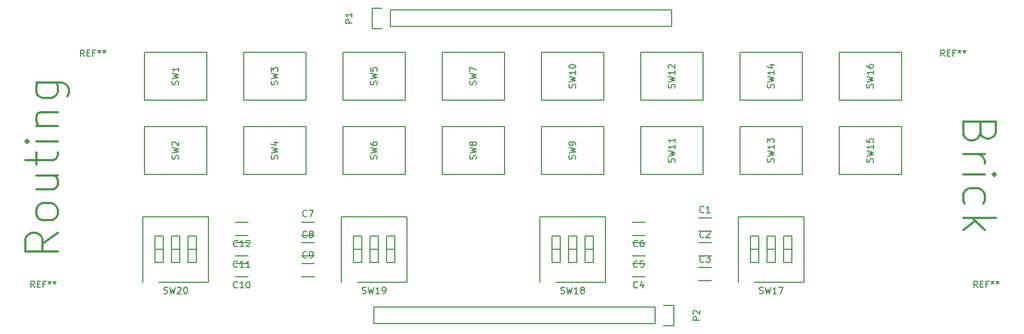
<source format=gto>
G04 #@! TF.FileFunction,Legend,Top*
%FSLAX46Y46*%
G04 Gerber Fmt 4.6, Leading zero omitted, Abs format (unit mm)*
G04 Created by KiCad (PCBNEW 4.0.0-stable) date 3/18/2016 11:08:59 AM*
%MOMM*%
G01*
G04 APERTURE LIST*
%ADD10C,0.100000*%
%ADD11C,0.300000*%
%ADD12C,0.150000*%
G04 APERTURE END LIST*
D10*
D11*
X245467143Y-50602382D02*
X245229048Y-51316668D01*
X244990952Y-51554763D01*
X244514762Y-51792858D01*
X243800476Y-51792858D01*
X243324286Y-51554763D01*
X243086190Y-51316668D01*
X242848095Y-50840477D01*
X242848095Y-48935715D01*
X247848095Y-48935715D01*
X247848095Y-50602382D01*
X247610000Y-51078572D01*
X247371905Y-51316668D01*
X246895714Y-51554763D01*
X246419524Y-51554763D01*
X245943333Y-51316668D01*
X245705238Y-51078572D01*
X245467143Y-50602382D01*
X245467143Y-48935715D01*
X242848095Y-53935715D02*
X246181429Y-53935715D01*
X245229048Y-53935715D02*
X245705238Y-54173810D01*
X245943333Y-54411906D01*
X246181429Y-54888096D01*
X246181429Y-55364287D01*
X242848095Y-57030953D02*
X246181429Y-57030953D01*
X247848095Y-57030953D02*
X247610000Y-56792858D01*
X247371905Y-57030953D01*
X247610000Y-57269048D01*
X247848095Y-57030953D01*
X247371905Y-57030953D01*
X243086190Y-61554762D02*
X242848095Y-61078572D01*
X242848095Y-60126191D01*
X243086190Y-59650000D01*
X243324286Y-59411905D01*
X243800476Y-59173810D01*
X245229048Y-59173810D01*
X245705238Y-59411905D01*
X245943333Y-59650000D01*
X246181429Y-60126191D01*
X246181429Y-61078572D01*
X245943333Y-61554762D01*
X242848095Y-63697619D02*
X247848095Y-63697619D01*
X244752857Y-64173810D02*
X242848095Y-65602381D01*
X246181429Y-65602381D02*
X244276667Y-63697619D01*
X103861905Y-65999048D02*
X101480952Y-67665715D01*
X103861905Y-68856191D02*
X98861905Y-68856191D01*
X98861905Y-66951429D01*
X99100000Y-66475238D01*
X99338095Y-66237143D01*
X99814286Y-65999048D01*
X100528571Y-65999048D01*
X101004762Y-66237143D01*
X101242857Y-66475238D01*
X101480952Y-66951429D01*
X101480952Y-68856191D01*
X103861905Y-63141905D02*
X103623810Y-63618096D01*
X103385714Y-63856191D01*
X102909524Y-64094286D01*
X101480952Y-64094286D01*
X101004762Y-63856191D01*
X100766667Y-63618096D01*
X100528571Y-63141905D01*
X100528571Y-62427619D01*
X100766667Y-61951429D01*
X101004762Y-61713334D01*
X101480952Y-61475238D01*
X102909524Y-61475238D01*
X103385714Y-61713334D01*
X103623810Y-61951429D01*
X103861905Y-62427619D01*
X103861905Y-63141905D01*
X100528571Y-57189524D02*
X103861905Y-57189524D01*
X100528571Y-59332381D02*
X103147619Y-59332381D01*
X103623810Y-59094286D01*
X103861905Y-58618095D01*
X103861905Y-57903809D01*
X103623810Y-57427619D01*
X103385714Y-57189524D01*
X100528571Y-55522857D02*
X100528571Y-53618095D01*
X98861905Y-54808571D02*
X103147619Y-54808571D01*
X103623810Y-54570476D01*
X103861905Y-54094285D01*
X103861905Y-53618095D01*
X103861905Y-51951428D02*
X100528571Y-51951428D01*
X98861905Y-51951428D02*
X99100000Y-52189523D01*
X99338095Y-51951428D01*
X99100000Y-51713333D01*
X98861905Y-51951428D01*
X99338095Y-51951428D01*
X100528571Y-49570476D02*
X103861905Y-49570476D01*
X101004762Y-49570476D02*
X100766667Y-49332381D01*
X100528571Y-48856190D01*
X100528571Y-48141904D01*
X100766667Y-47665714D01*
X101242857Y-47427619D01*
X103861905Y-47427619D01*
X100528571Y-42903809D02*
X104576190Y-42903809D01*
X105052381Y-43141904D01*
X105290476Y-43379999D01*
X105528571Y-43856190D01*
X105528571Y-44570475D01*
X105290476Y-45046666D01*
X103623810Y-42903809D02*
X103861905Y-43379999D01*
X103861905Y-44332380D01*
X103623810Y-44808571D01*
X103385714Y-45046666D01*
X102909524Y-45284761D01*
X101480952Y-45284761D01*
X101004762Y-45046666D01*
X100766667Y-44808571D01*
X100528571Y-44332380D01*
X100528571Y-43379999D01*
X100766667Y-42903809D01*
D12*
X204200000Y-63745000D02*
X202200000Y-63745000D01*
X202200000Y-65795000D02*
X204200000Y-65795000D01*
X204200000Y-67555000D02*
X202200000Y-67555000D01*
X202200000Y-69605000D02*
X204200000Y-69605000D01*
X204200000Y-71365000D02*
X202200000Y-71365000D01*
X202200000Y-73415000D02*
X204200000Y-73415000D01*
X192040000Y-72780000D02*
X194040000Y-72780000D01*
X194040000Y-70730000D02*
X192040000Y-70730000D01*
X192040000Y-69605000D02*
X194040000Y-69605000D01*
X194040000Y-67555000D02*
X192040000Y-67555000D01*
X192040000Y-66430000D02*
X194040000Y-66430000D01*
X194040000Y-64380000D02*
X192040000Y-64380000D01*
X143240000Y-64380000D02*
X141240000Y-64380000D01*
X141240000Y-66430000D02*
X143240000Y-66430000D01*
X143240000Y-67555000D02*
X141240000Y-67555000D01*
X141240000Y-69605000D02*
X143240000Y-69605000D01*
X143240000Y-70730000D02*
X141240000Y-70730000D01*
X141240000Y-72780000D02*
X143240000Y-72780000D01*
X131080000Y-72780000D02*
X133080000Y-72780000D01*
X133080000Y-70730000D02*
X131080000Y-70730000D01*
X131080000Y-69605000D02*
X133080000Y-69605000D01*
X133080000Y-67555000D02*
X131080000Y-67555000D01*
X131080000Y-66430000D02*
X133080000Y-66430000D01*
X133080000Y-64380000D02*
X131080000Y-64380000D01*
X154940000Y-31750000D02*
X198120000Y-31750000D01*
X198120000Y-31750000D02*
X198120000Y-34290000D01*
X198120000Y-34290000D02*
X154940000Y-34290000D01*
X152120000Y-31470000D02*
X153670000Y-31470000D01*
X154940000Y-31750000D02*
X154940000Y-34290000D01*
X153670000Y-34570000D02*
X152120000Y-34570000D01*
X152120000Y-34570000D02*
X152120000Y-31470000D01*
X195580000Y-80010000D02*
X152400000Y-80010000D01*
X152400000Y-80010000D02*
X152400000Y-77470000D01*
X152400000Y-77470000D02*
X195580000Y-77470000D01*
X198400000Y-80290000D02*
X196850000Y-80290000D01*
X195580000Y-80010000D02*
X195580000Y-77470000D01*
X196850000Y-77190000D02*
X198400000Y-77190000D01*
X198400000Y-77190000D02*
X198400000Y-80290000D01*
X117120000Y-38210000D02*
X117120000Y-45610000D01*
X117120000Y-45610000D02*
X126720000Y-45610000D01*
X126720000Y-45610000D02*
X126720000Y-38210000D01*
X126720000Y-38210000D02*
X117120000Y-38210000D01*
X117120000Y-49640000D02*
X117120000Y-57040000D01*
X117120000Y-57040000D02*
X126720000Y-57040000D01*
X126720000Y-57040000D02*
X126720000Y-49640000D01*
X126720000Y-49640000D02*
X117120000Y-49640000D01*
X132360000Y-38210000D02*
X132360000Y-45610000D01*
X132360000Y-45610000D02*
X141960000Y-45610000D01*
X141960000Y-45610000D02*
X141960000Y-38210000D01*
X141960000Y-38210000D02*
X132360000Y-38210000D01*
X132360000Y-49640000D02*
X132360000Y-57040000D01*
X132360000Y-57040000D02*
X141960000Y-57040000D01*
X141960000Y-57040000D02*
X141960000Y-49640000D01*
X141960000Y-49640000D02*
X132360000Y-49640000D01*
X147600000Y-38210000D02*
X147600000Y-45610000D01*
X147600000Y-45610000D02*
X157200000Y-45610000D01*
X157200000Y-45610000D02*
X157200000Y-38210000D01*
X157200000Y-38210000D02*
X147600000Y-38210000D01*
X147600000Y-49640000D02*
X147600000Y-57040000D01*
X147600000Y-57040000D02*
X157200000Y-57040000D01*
X157200000Y-57040000D02*
X157200000Y-49640000D01*
X157200000Y-49640000D02*
X147600000Y-49640000D01*
X162840000Y-38210000D02*
X162840000Y-45610000D01*
X162840000Y-45610000D02*
X172440000Y-45610000D01*
X172440000Y-45610000D02*
X172440000Y-38210000D01*
X172440000Y-38210000D02*
X162840000Y-38210000D01*
X162840000Y-49640000D02*
X162840000Y-57040000D01*
X162840000Y-57040000D02*
X172440000Y-57040000D01*
X172440000Y-57040000D02*
X172440000Y-49640000D01*
X172440000Y-49640000D02*
X162840000Y-49640000D01*
X178080000Y-49640000D02*
X178080000Y-57040000D01*
X178080000Y-57040000D02*
X187680000Y-57040000D01*
X187680000Y-57040000D02*
X187680000Y-49640000D01*
X187680000Y-49640000D02*
X178080000Y-49640000D01*
X178080000Y-38210000D02*
X178080000Y-45610000D01*
X178080000Y-45610000D02*
X187680000Y-45610000D01*
X187680000Y-45610000D02*
X187680000Y-38210000D01*
X187680000Y-38210000D02*
X178080000Y-38210000D01*
X193320000Y-49640000D02*
X193320000Y-57040000D01*
X193320000Y-57040000D02*
X202920000Y-57040000D01*
X202920000Y-57040000D02*
X202920000Y-49640000D01*
X202920000Y-49640000D02*
X193320000Y-49640000D01*
X193320000Y-38210000D02*
X193320000Y-45610000D01*
X193320000Y-45610000D02*
X202920000Y-45610000D01*
X202920000Y-45610000D02*
X202920000Y-38210000D01*
X202920000Y-38210000D02*
X193320000Y-38210000D01*
X208560000Y-49640000D02*
X208560000Y-57040000D01*
X208560000Y-57040000D02*
X218160000Y-57040000D01*
X218160000Y-57040000D02*
X218160000Y-49640000D01*
X218160000Y-49640000D02*
X208560000Y-49640000D01*
X208560000Y-38210000D02*
X208560000Y-45610000D01*
X208560000Y-45610000D02*
X218160000Y-45610000D01*
X218160000Y-45610000D02*
X218160000Y-38210000D01*
X218160000Y-38210000D02*
X208560000Y-38210000D01*
X223800000Y-49640000D02*
X223800000Y-57040000D01*
X223800000Y-57040000D02*
X233400000Y-57040000D01*
X233400000Y-57040000D02*
X233400000Y-49640000D01*
X233400000Y-49640000D02*
X223800000Y-49640000D01*
X223800000Y-38210000D02*
X223800000Y-45610000D01*
X223800000Y-45610000D02*
X233400000Y-45610000D01*
X233400000Y-45610000D02*
X233400000Y-38210000D01*
X233400000Y-38210000D02*
X223800000Y-38210000D01*
X210180000Y-66550000D02*
X210180000Y-70610000D01*
X210180000Y-68580000D02*
X211460000Y-68580000D01*
X210180000Y-70610000D02*
X211460000Y-70610000D01*
X211460000Y-70610000D02*
X211460000Y-66550000D01*
X211460000Y-66550000D02*
X210180000Y-66550000D01*
X212720000Y-66550000D02*
X212720000Y-70610000D01*
X212720000Y-68580000D02*
X214000000Y-68580000D01*
X212720000Y-70610000D02*
X214000000Y-70610000D01*
X214000000Y-70610000D02*
X214000000Y-66550000D01*
X214000000Y-66550000D02*
X212720000Y-66550000D01*
X215260000Y-66550000D02*
X215260000Y-70610000D01*
X215260000Y-68580000D02*
X216540000Y-68580000D01*
X215260000Y-70610000D02*
X216540000Y-70610000D01*
X216540000Y-70610000D02*
X216540000Y-66550000D01*
X216540000Y-66550000D02*
X215260000Y-66550000D01*
X208340000Y-73600000D02*
X208340000Y-63560000D01*
X208340000Y-63560000D02*
X218380000Y-63560000D01*
X218380000Y-63560000D02*
X218380000Y-73600000D01*
X218380000Y-73600000D02*
X210820000Y-73600000D01*
X179700000Y-66550000D02*
X179700000Y-70610000D01*
X179700000Y-68580000D02*
X180980000Y-68580000D01*
X179700000Y-70610000D02*
X180980000Y-70610000D01*
X180980000Y-70610000D02*
X180980000Y-66550000D01*
X180980000Y-66550000D02*
X179700000Y-66550000D01*
X182240000Y-66550000D02*
X182240000Y-70610000D01*
X182240000Y-68580000D02*
X183520000Y-68580000D01*
X182240000Y-70610000D02*
X183520000Y-70610000D01*
X183520000Y-70610000D02*
X183520000Y-66550000D01*
X183520000Y-66550000D02*
X182240000Y-66550000D01*
X184780000Y-66550000D02*
X184780000Y-70610000D01*
X184780000Y-68580000D02*
X186060000Y-68580000D01*
X184780000Y-70610000D02*
X186060000Y-70610000D01*
X186060000Y-70610000D02*
X186060000Y-66550000D01*
X186060000Y-66550000D02*
X184780000Y-66550000D01*
X177860000Y-73600000D02*
X177860000Y-63560000D01*
X177860000Y-63560000D02*
X187900000Y-63560000D01*
X187900000Y-63560000D02*
X187900000Y-73600000D01*
X187900000Y-73600000D02*
X180340000Y-73600000D01*
X149220000Y-66550000D02*
X149220000Y-70610000D01*
X149220000Y-68580000D02*
X150500000Y-68580000D01*
X149220000Y-70610000D02*
X150500000Y-70610000D01*
X150500000Y-70610000D02*
X150500000Y-66550000D01*
X150500000Y-66550000D02*
X149220000Y-66550000D01*
X151760000Y-66550000D02*
X151760000Y-70610000D01*
X151760000Y-68580000D02*
X153040000Y-68580000D01*
X151760000Y-70610000D02*
X153040000Y-70610000D01*
X153040000Y-70610000D02*
X153040000Y-66550000D01*
X153040000Y-66550000D02*
X151760000Y-66550000D01*
X154300000Y-66550000D02*
X154300000Y-70610000D01*
X154300000Y-68580000D02*
X155580000Y-68580000D01*
X154300000Y-70610000D02*
X155580000Y-70610000D01*
X155580000Y-70610000D02*
X155580000Y-66550000D01*
X155580000Y-66550000D02*
X154300000Y-66550000D01*
X147380000Y-73600000D02*
X147380000Y-63560000D01*
X147380000Y-63560000D02*
X157420000Y-63560000D01*
X157420000Y-63560000D02*
X157420000Y-73600000D01*
X157420000Y-73600000D02*
X149860000Y-73600000D01*
X118740000Y-66550000D02*
X118740000Y-70610000D01*
X118740000Y-68580000D02*
X120020000Y-68580000D01*
X118740000Y-70610000D02*
X120020000Y-70610000D01*
X120020000Y-70610000D02*
X120020000Y-66550000D01*
X120020000Y-66550000D02*
X118740000Y-66550000D01*
X121280000Y-66550000D02*
X121280000Y-70610000D01*
X121280000Y-68580000D02*
X122560000Y-68580000D01*
X121280000Y-70610000D02*
X122560000Y-70610000D01*
X122560000Y-70610000D02*
X122560000Y-66550000D01*
X122560000Y-66550000D02*
X121280000Y-66550000D01*
X123820000Y-66550000D02*
X123820000Y-70610000D01*
X123820000Y-68580000D02*
X125100000Y-68580000D01*
X123820000Y-70610000D02*
X125100000Y-70610000D01*
X125100000Y-70610000D02*
X125100000Y-66550000D01*
X125100000Y-66550000D02*
X123820000Y-66550000D01*
X116900000Y-73600000D02*
X116900000Y-63560000D01*
X116900000Y-63560000D02*
X126940000Y-63560000D01*
X126940000Y-63560000D02*
X126940000Y-73600000D01*
X126940000Y-73600000D02*
X119380000Y-73600000D01*
X203033334Y-62827143D02*
X202985715Y-62874762D01*
X202842858Y-62922381D01*
X202747620Y-62922381D01*
X202604762Y-62874762D01*
X202509524Y-62779524D01*
X202461905Y-62684286D01*
X202414286Y-62493810D01*
X202414286Y-62350952D01*
X202461905Y-62160476D01*
X202509524Y-62065238D01*
X202604762Y-61970000D01*
X202747620Y-61922381D01*
X202842858Y-61922381D01*
X202985715Y-61970000D01*
X203033334Y-62017619D01*
X203985715Y-62922381D02*
X203414286Y-62922381D01*
X203700000Y-62922381D02*
X203700000Y-61922381D01*
X203604762Y-62065238D01*
X203509524Y-62160476D01*
X203414286Y-62208095D01*
X203033334Y-66637143D02*
X202985715Y-66684762D01*
X202842858Y-66732381D01*
X202747620Y-66732381D01*
X202604762Y-66684762D01*
X202509524Y-66589524D01*
X202461905Y-66494286D01*
X202414286Y-66303810D01*
X202414286Y-66160952D01*
X202461905Y-65970476D01*
X202509524Y-65875238D01*
X202604762Y-65780000D01*
X202747620Y-65732381D01*
X202842858Y-65732381D01*
X202985715Y-65780000D01*
X203033334Y-65827619D01*
X203414286Y-65827619D02*
X203461905Y-65780000D01*
X203557143Y-65732381D01*
X203795239Y-65732381D01*
X203890477Y-65780000D01*
X203938096Y-65827619D01*
X203985715Y-65922857D01*
X203985715Y-66018095D01*
X203938096Y-66160952D01*
X203366667Y-66732381D01*
X203985715Y-66732381D01*
X203033334Y-70447143D02*
X202985715Y-70494762D01*
X202842858Y-70542381D01*
X202747620Y-70542381D01*
X202604762Y-70494762D01*
X202509524Y-70399524D01*
X202461905Y-70304286D01*
X202414286Y-70113810D01*
X202414286Y-69970952D01*
X202461905Y-69780476D01*
X202509524Y-69685238D01*
X202604762Y-69590000D01*
X202747620Y-69542381D01*
X202842858Y-69542381D01*
X202985715Y-69590000D01*
X203033334Y-69637619D01*
X203366667Y-69542381D02*
X203985715Y-69542381D01*
X203652381Y-69923333D01*
X203795239Y-69923333D01*
X203890477Y-69970952D01*
X203938096Y-70018571D01*
X203985715Y-70113810D01*
X203985715Y-70351905D01*
X203938096Y-70447143D01*
X203890477Y-70494762D01*
X203795239Y-70542381D01*
X203509524Y-70542381D01*
X203414286Y-70494762D01*
X203366667Y-70447143D01*
X192873334Y-74412143D02*
X192825715Y-74459762D01*
X192682858Y-74507381D01*
X192587620Y-74507381D01*
X192444762Y-74459762D01*
X192349524Y-74364524D01*
X192301905Y-74269286D01*
X192254286Y-74078810D01*
X192254286Y-73935952D01*
X192301905Y-73745476D01*
X192349524Y-73650238D01*
X192444762Y-73555000D01*
X192587620Y-73507381D01*
X192682858Y-73507381D01*
X192825715Y-73555000D01*
X192873334Y-73602619D01*
X193730477Y-73840714D02*
X193730477Y-74507381D01*
X193492381Y-73459762D02*
X193254286Y-74174048D01*
X193873334Y-74174048D01*
X192873334Y-71237143D02*
X192825715Y-71284762D01*
X192682858Y-71332381D01*
X192587620Y-71332381D01*
X192444762Y-71284762D01*
X192349524Y-71189524D01*
X192301905Y-71094286D01*
X192254286Y-70903810D01*
X192254286Y-70760952D01*
X192301905Y-70570476D01*
X192349524Y-70475238D01*
X192444762Y-70380000D01*
X192587620Y-70332381D01*
X192682858Y-70332381D01*
X192825715Y-70380000D01*
X192873334Y-70427619D01*
X193778096Y-70332381D02*
X193301905Y-70332381D01*
X193254286Y-70808571D01*
X193301905Y-70760952D01*
X193397143Y-70713333D01*
X193635239Y-70713333D01*
X193730477Y-70760952D01*
X193778096Y-70808571D01*
X193825715Y-70903810D01*
X193825715Y-71141905D01*
X193778096Y-71237143D01*
X193730477Y-71284762D01*
X193635239Y-71332381D01*
X193397143Y-71332381D01*
X193301905Y-71284762D01*
X193254286Y-71237143D01*
X192873334Y-68062143D02*
X192825715Y-68109762D01*
X192682858Y-68157381D01*
X192587620Y-68157381D01*
X192444762Y-68109762D01*
X192349524Y-68014524D01*
X192301905Y-67919286D01*
X192254286Y-67728810D01*
X192254286Y-67585952D01*
X192301905Y-67395476D01*
X192349524Y-67300238D01*
X192444762Y-67205000D01*
X192587620Y-67157381D01*
X192682858Y-67157381D01*
X192825715Y-67205000D01*
X192873334Y-67252619D01*
X193730477Y-67157381D02*
X193540000Y-67157381D01*
X193444762Y-67205000D01*
X193397143Y-67252619D01*
X193301905Y-67395476D01*
X193254286Y-67585952D01*
X193254286Y-67966905D01*
X193301905Y-68062143D01*
X193349524Y-68109762D01*
X193444762Y-68157381D01*
X193635239Y-68157381D01*
X193730477Y-68109762D01*
X193778096Y-68062143D01*
X193825715Y-67966905D01*
X193825715Y-67728810D01*
X193778096Y-67633571D01*
X193730477Y-67585952D01*
X193635239Y-67538333D01*
X193444762Y-67538333D01*
X193349524Y-67585952D01*
X193301905Y-67633571D01*
X193254286Y-67728810D01*
X142073334Y-63462143D02*
X142025715Y-63509762D01*
X141882858Y-63557381D01*
X141787620Y-63557381D01*
X141644762Y-63509762D01*
X141549524Y-63414524D01*
X141501905Y-63319286D01*
X141454286Y-63128810D01*
X141454286Y-62985952D01*
X141501905Y-62795476D01*
X141549524Y-62700238D01*
X141644762Y-62605000D01*
X141787620Y-62557381D01*
X141882858Y-62557381D01*
X142025715Y-62605000D01*
X142073334Y-62652619D01*
X142406667Y-62557381D02*
X143073334Y-62557381D01*
X142644762Y-63557381D01*
X142073334Y-66637143D02*
X142025715Y-66684762D01*
X141882858Y-66732381D01*
X141787620Y-66732381D01*
X141644762Y-66684762D01*
X141549524Y-66589524D01*
X141501905Y-66494286D01*
X141454286Y-66303810D01*
X141454286Y-66160952D01*
X141501905Y-65970476D01*
X141549524Y-65875238D01*
X141644762Y-65780000D01*
X141787620Y-65732381D01*
X141882858Y-65732381D01*
X142025715Y-65780000D01*
X142073334Y-65827619D01*
X142644762Y-66160952D02*
X142549524Y-66113333D01*
X142501905Y-66065714D01*
X142454286Y-65970476D01*
X142454286Y-65922857D01*
X142501905Y-65827619D01*
X142549524Y-65780000D01*
X142644762Y-65732381D01*
X142835239Y-65732381D01*
X142930477Y-65780000D01*
X142978096Y-65827619D01*
X143025715Y-65922857D01*
X143025715Y-65970476D01*
X142978096Y-66065714D01*
X142930477Y-66113333D01*
X142835239Y-66160952D01*
X142644762Y-66160952D01*
X142549524Y-66208571D01*
X142501905Y-66256190D01*
X142454286Y-66351429D01*
X142454286Y-66541905D01*
X142501905Y-66637143D01*
X142549524Y-66684762D01*
X142644762Y-66732381D01*
X142835239Y-66732381D01*
X142930477Y-66684762D01*
X142978096Y-66637143D01*
X143025715Y-66541905D01*
X143025715Y-66351429D01*
X142978096Y-66256190D01*
X142930477Y-66208571D01*
X142835239Y-66160952D01*
X142073334Y-69812143D02*
X142025715Y-69859762D01*
X141882858Y-69907381D01*
X141787620Y-69907381D01*
X141644762Y-69859762D01*
X141549524Y-69764524D01*
X141501905Y-69669286D01*
X141454286Y-69478810D01*
X141454286Y-69335952D01*
X141501905Y-69145476D01*
X141549524Y-69050238D01*
X141644762Y-68955000D01*
X141787620Y-68907381D01*
X141882858Y-68907381D01*
X142025715Y-68955000D01*
X142073334Y-69002619D01*
X142549524Y-69907381D02*
X142740000Y-69907381D01*
X142835239Y-69859762D01*
X142882858Y-69812143D01*
X142978096Y-69669286D01*
X143025715Y-69478810D01*
X143025715Y-69097857D01*
X142978096Y-69002619D01*
X142930477Y-68955000D01*
X142835239Y-68907381D01*
X142644762Y-68907381D01*
X142549524Y-68955000D01*
X142501905Y-69002619D01*
X142454286Y-69097857D01*
X142454286Y-69335952D01*
X142501905Y-69431190D01*
X142549524Y-69478810D01*
X142644762Y-69526429D01*
X142835239Y-69526429D01*
X142930477Y-69478810D01*
X142978096Y-69431190D01*
X143025715Y-69335952D01*
X131437143Y-74412143D02*
X131389524Y-74459762D01*
X131246667Y-74507381D01*
X131151429Y-74507381D01*
X131008571Y-74459762D01*
X130913333Y-74364524D01*
X130865714Y-74269286D01*
X130818095Y-74078810D01*
X130818095Y-73935952D01*
X130865714Y-73745476D01*
X130913333Y-73650238D01*
X131008571Y-73555000D01*
X131151429Y-73507381D01*
X131246667Y-73507381D01*
X131389524Y-73555000D01*
X131437143Y-73602619D01*
X132389524Y-74507381D02*
X131818095Y-74507381D01*
X132103809Y-74507381D02*
X132103809Y-73507381D01*
X132008571Y-73650238D01*
X131913333Y-73745476D01*
X131818095Y-73793095D01*
X133008571Y-73507381D02*
X133103810Y-73507381D01*
X133199048Y-73555000D01*
X133246667Y-73602619D01*
X133294286Y-73697857D01*
X133341905Y-73888333D01*
X133341905Y-74126429D01*
X133294286Y-74316905D01*
X133246667Y-74412143D01*
X133199048Y-74459762D01*
X133103810Y-74507381D01*
X133008571Y-74507381D01*
X132913333Y-74459762D01*
X132865714Y-74412143D01*
X132818095Y-74316905D01*
X132770476Y-74126429D01*
X132770476Y-73888333D01*
X132818095Y-73697857D01*
X132865714Y-73602619D01*
X132913333Y-73555000D01*
X133008571Y-73507381D01*
X131437143Y-71237143D02*
X131389524Y-71284762D01*
X131246667Y-71332381D01*
X131151429Y-71332381D01*
X131008571Y-71284762D01*
X130913333Y-71189524D01*
X130865714Y-71094286D01*
X130818095Y-70903810D01*
X130818095Y-70760952D01*
X130865714Y-70570476D01*
X130913333Y-70475238D01*
X131008571Y-70380000D01*
X131151429Y-70332381D01*
X131246667Y-70332381D01*
X131389524Y-70380000D01*
X131437143Y-70427619D01*
X132389524Y-71332381D02*
X131818095Y-71332381D01*
X132103809Y-71332381D02*
X132103809Y-70332381D01*
X132008571Y-70475238D01*
X131913333Y-70570476D01*
X131818095Y-70618095D01*
X133341905Y-71332381D02*
X132770476Y-71332381D01*
X133056190Y-71332381D02*
X133056190Y-70332381D01*
X132960952Y-70475238D01*
X132865714Y-70570476D01*
X132770476Y-70618095D01*
X131437143Y-68062143D02*
X131389524Y-68109762D01*
X131246667Y-68157381D01*
X131151429Y-68157381D01*
X131008571Y-68109762D01*
X130913333Y-68014524D01*
X130865714Y-67919286D01*
X130818095Y-67728810D01*
X130818095Y-67585952D01*
X130865714Y-67395476D01*
X130913333Y-67300238D01*
X131008571Y-67205000D01*
X131151429Y-67157381D01*
X131246667Y-67157381D01*
X131389524Y-67205000D01*
X131437143Y-67252619D01*
X132389524Y-68157381D02*
X131818095Y-68157381D01*
X132103809Y-68157381D02*
X132103809Y-67157381D01*
X132008571Y-67300238D01*
X131913333Y-67395476D01*
X131818095Y-67443095D01*
X132770476Y-67252619D02*
X132818095Y-67205000D01*
X132913333Y-67157381D01*
X133151429Y-67157381D01*
X133246667Y-67205000D01*
X133294286Y-67252619D01*
X133341905Y-67347857D01*
X133341905Y-67443095D01*
X133294286Y-67585952D01*
X132722857Y-68157381D01*
X133341905Y-68157381D01*
X149022381Y-33758095D02*
X148022381Y-33758095D01*
X148022381Y-33377142D01*
X148070000Y-33281904D01*
X148117619Y-33234285D01*
X148212857Y-33186666D01*
X148355714Y-33186666D01*
X148450952Y-33234285D01*
X148498571Y-33281904D01*
X148546190Y-33377142D01*
X148546190Y-33758095D01*
X149022381Y-32234285D02*
X149022381Y-32805714D01*
X149022381Y-32520000D02*
X148022381Y-32520000D01*
X148165238Y-32615238D01*
X148260476Y-32710476D01*
X148308095Y-32805714D01*
X202402381Y-79478095D02*
X201402381Y-79478095D01*
X201402381Y-79097142D01*
X201450000Y-79001904D01*
X201497619Y-78954285D01*
X201592857Y-78906666D01*
X201735714Y-78906666D01*
X201830952Y-78954285D01*
X201878571Y-79001904D01*
X201926190Y-79097142D01*
X201926190Y-79478095D01*
X201497619Y-78525714D02*
X201450000Y-78478095D01*
X201402381Y-78382857D01*
X201402381Y-78144761D01*
X201450000Y-78049523D01*
X201497619Y-78001904D01*
X201592857Y-77954285D01*
X201688095Y-77954285D01*
X201830952Y-78001904D01*
X202402381Y-78573333D01*
X202402381Y-77954285D01*
X122324762Y-43243333D02*
X122372381Y-43100476D01*
X122372381Y-42862380D01*
X122324762Y-42767142D01*
X122277143Y-42719523D01*
X122181905Y-42671904D01*
X122086667Y-42671904D01*
X121991429Y-42719523D01*
X121943810Y-42767142D01*
X121896190Y-42862380D01*
X121848571Y-43052857D01*
X121800952Y-43148095D01*
X121753333Y-43195714D01*
X121658095Y-43243333D01*
X121562857Y-43243333D01*
X121467619Y-43195714D01*
X121420000Y-43148095D01*
X121372381Y-43052857D01*
X121372381Y-42814761D01*
X121420000Y-42671904D01*
X121372381Y-42338571D02*
X122372381Y-42100476D01*
X121658095Y-41909999D01*
X122372381Y-41719523D01*
X121372381Y-41481428D01*
X122372381Y-40576666D02*
X122372381Y-41148095D01*
X122372381Y-40862381D02*
X121372381Y-40862381D01*
X121515238Y-40957619D01*
X121610476Y-41052857D01*
X121658095Y-41148095D01*
X122324762Y-54673333D02*
X122372381Y-54530476D01*
X122372381Y-54292380D01*
X122324762Y-54197142D01*
X122277143Y-54149523D01*
X122181905Y-54101904D01*
X122086667Y-54101904D01*
X121991429Y-54149523D01*
X121943810Y-54197142D01*
X121896190Y-54292380D01*
X121848571Y-54482857D01*
X121800952Y-54578095D01*
X121753333Y-54625714D01*
X121658095Y-54673333D01*
X121562857Y-54673333D01*
X121467619Y-54625714D01*
X121420000Y-54578095D01*
X121372381Y-54482857D01*
X121372381Y-54244761D01*
X121420000Y-54101904D01*
X121372381Y-53768571D02*
X122372381Y-53530476D01*
X121658095Y-53339999D01*
X122372381Y-53149523D01*
X121372381Y-52911428D01*
X121467619Y-52578095D02*
X121420000Y-52530476D01*
X121372381Y-52435238D01*
X121372381Y-52197142D01*
X121420000Y-52101904D01*
X121467619Y-52054285D01*
X121562857Y-52006666D01*
X121658095Y-52006666D01*
X121800952Y-52054285D01*
X122372381Y-52625714D01*
X122372381Y-52006666D01*
X137564762Y-43243333D02*
X137612381Y-43100476D01*
X137612381Y-42862380D01*
X137564762Y-42767142D01*
X137517143Y-42719523D01*
X137421905Y-42671904D01*
X137326667Y-42671904D01*
X137231429Y-42719523D01*
X137183810Y-42767142D01*
X137136190Y-42862380D01*
X137088571Y-43052857D01*
X137040952Y-43148095D01*
X136993333Y-43195714D01*
X136898095Y-43243333D01*
X136802857Y-43243333D01*
X136707619Y-43195714D01*
X136660000Y-43148095D01*
X136612381Y-43052857D01*
X136612381Y-42814761D01*
X136660000Y-42671904D01*
X136612381Y-42338571D02*
X137612381Y-42100476D01*
X136898095Y-41909999D01*
X137612381Y-41719523D01*
X136612381Y-41481428D01*
X136612381Y-41195714D02*
X136612381Y-40576666D01*
X136993333Y-40910000D01*
X136993333Y-40767142D01*
X137040952Y-40671904D01*
X137088571Y-40624285D01*
X137183810Y-40576666D01*
X137421905Y-40576666D01*
X137517143Y-40624285D01*
X137564762Y-40671904D01*
X137612381Y-40767142D01*
X137612381Y-41052857D01*
X137564762Y-41148095D01*
X137517143Y-41195714D01*
X137564762Y-54673333D02*
X137612381Y-54530476D01*
X137612381Y-54292380D01*
X137564762Y-54197142D01*
X137517143Y-54149523D01*
X137421905Y-54101904D01*
X137326667Y-54101904D01*
X137231429Y-54149523D01*
X137183810Y-54197142D01*
X137136190Y-54292380D01*
X137088571Y-54482857D01*
X137040952Y-54578095D01*
X136993333Y-54625714D01*
X136898095Y-54673333D01*
X136802857Y-54673333D01*
X136707619Y-54625714D01*
X136660000Y-54578095D01*
X136612381Y-54482857D01*
X136612381Y-54244761D01*
X136660000Y-54101904D01*
X136612381Y-53768571D02*
X137612381Y-53530476D01*
X136898095Y-53339999D01*
X137612381Y-53149523D01*
X136612381Y-52911428D01*
X136945714Y-52101904D02*
X137612381Y-52101904D01*
X136564762Y-52340000D02*
X137279048Y-52578095D01*
X137279048Y-51959047D01*
X152804762Y-43243333D02*
X152852381Y-43100476D01*
X152852381Y-42862380D01*
X152804762Y-42767142D01*
X152757143Y-42719523D01*
X152661905Y-42671904D01*
X152566667Y-42671904D01*
X152471429Y-42719523D01*
X152423810Y-42767142D01*
X152376190Y-42862380D01*
X152328571Y-43052857D01*
X152280952Y-43148095D01*
X152233333Y-43195714D01*
X152138095Y-43243333D01*
X152042857Y-43243333D01*
X151947619Y-43195714D01*
X151900000Y-43148095D01*
X151852381Y-43052857D01*
X151852381Y-42814761D01*
X151900000Y-42671904D01*
X151852381Y-42338571D02*
X152852381Y-42100476D01*
X152138095Y-41909999D01*
X152852381Y-41719523D01*
X151852381Y-41481428D01*
X151852381Y-40624285D02*
X151852381Y-41100476D01*
X152328571Y-41148095D01*
X152280952Y-41100476D01*
X152233333Y-41005238D01*
X152233333Y-40767142D01*
X152280952Y-40671904D01*
X152328571Y-40624285D01*
X152423810Y-40576666D01*
X152661905Y-40576666D01*
X152757143Y-40624285D01*
X152804762Y-40671904D01*
X152852381Y-40767142D01*
X152852381Y-41005238D01*
X152804762Y-41100476D01*
X152757143Y-41148095D01*
X152804762Y-54673333D02*
X152852381Y-54530476D01*
X152852381Y-54292380D01*
X152804762Y-54197142D01*
X152757143Y-54149523D01*
X152661905Y-54101904D01*
X152566667Y-54101904D01*
X152471429Y-54149523D01*
X152423810Y-54197142D01*
X152376190Y-54292380D01*
X152328571Y-54482857D01*
X152280952Y-54578095D01*
X152233333Y-54625714D01*
X152138095Y-54673333D01*
X152042857Y-54673333D01*
X151947619Y-54625714D01*
X151900000Y-54578095D01*
X151852381Y-54482857D01*
X151852381Y-54244761D01*
X151900000Y-54101904D01*
X151852381Y-53768571D02*
X152852381Y-53530476D01*
X152138095Y-53339999D01*
X152852381Y-53149523D01*
X151852381Y-52911428D01*
X151852381Y-52101904D02*
X151852381Y-52292381D01*
X151900000Y-52387619D01*
X151947619Y-52435238D01*
X152090476Y-52530476D01*
X152280952Y-52578095D01*
X152661905Y-52578095D01*
X152757143Y-52530476D01*
X152804762Y-52482857D01*
X152852381Y-52387619D01*
X152852381Y-52197142D01*
X152804762Y-52101904D01*
X152757143Y-52054285D01*
X152661905Y-52006666D01*
X152423810Y-52006666D01*
X152328571Y-52054285D01*
X152280952Y-52101904D01*
X152233333Y-52197142D01*
X152233333Y-52387619D01*
X152280952Y-52482857D01*
X152328571Y-52530476D01*
X152423810Y-52578095D01*
X168044762Y-43243333D02*
X168092381Y-43100476D01*
X168092381Y-42862380D01*
X168044762Y-42767142D01*
X167997143Y-42719523D01*
X167901905Y-42671904D01*
X167806667Y-42671904D01*
X167711429Y-42719523D01*
X167663810Y-42767142D01*
X167616190Y-42862380D01*
X167568571Y-43052857D01*
X167520952Y-43148095D01*
X167473333Y-43195714D01*
X167378095Y-43243333D01*
X167282857Y-43243333D01*
X167187619Y-43195714D01*
X167140000Y-43148095D01*
X167092381Y-43052857D01*
X167092381Y-42814761D01*
X167140000Y-42671904D01*
X167092381Y-42338571D02*
X168092381Y-42100476D01*
X167378095Y-41909999D01*
X168092381Y-41719523D01*
X167092381Y-41481428D01*
X167092381Y-41195714D02*
X167092381Y-40529047D01*
X168092381Y-40957619D01*
X168044762Y-54673333D02*
X168092381Y-54530476D01*
X168092381Y-54292380D01*
X168044762Y-54197142D01*
X167997143Y-54149523D01*
X167901905Y-54101904D01*
X167806667Y-54101904D01*
X167711429Y-54149523D01*
X167663810Y-54197142D01*
X167616190Y-54292380D01*
X167568571Y-54482857D01*
X167520952Y-54578095D01*
X167473333Y-54625714D01*
X167378095Y-54673333D01*
X167282857Y-54673333D01*
X167187619Y-54625714D01*
X167140000Y-54578095D01*
X167092381Y-54482857D01*
X167092381Y-54244761D01*
X167140000Y-54101904D01*
X167092381Y-53768571D02*
X168092381Y-53530476D01*
X167378095Y-53339999D01*
X168092381Y-53149523D01*
X167092381Y-52911428D01*
X167520952Y-52387619D02*
X167473333Y-52482857D01*
X167425714Y-52530476D01*
X167330476Y-52578095D01*
X167282857Y-52578095D01*
X167187619Y-52530476D01*
X167140000Y-52482857D01*
X167092381Y-52387619D01*
X167092381Y-52197142D01*
X167140000Y-52101904D01*
X167187619Y-52054285D01*
X167282857Y-52006666D01*
X167330476Y-52006666D01*
X167425714Y-52054285D01*
X167473333Y-52101904D01*
X167520952Y-52197142D01*
X167520952Y-52387619D01*
X167568571Y-52482857D01*
X167616190Y-52530476D01*
X167711429Y-52578095D01*
X167901905Y-52578095D01*
X167997143Y-52530476D01*
X168044762Y-52482857D01*
X168092381Y-52387619D01*
X168092381Y-52197142D01*
X168044762Y-52101904D01*
X167997143Y-52054285D01*
X167901905Y-52006666D01*
X167711429Y-52006666D01*
X167616190Y-52054285D01*
X167568571Y-52101904D01*
X167520952Y-52197142D01*
X183284762Y-54673333D02*
X183332381Y-54530476D01*
X183332381Y-54292380D01*
X183284762Y-54197142D01*
X183237143Y-54149523D01*
X183141905Y-54101904D01*
X183046667Y-54101904D01*
X182951429Y-54149523D01*
X182903810Y-54197142D01*
X182856190Y-54292380D01*
X182808571Y-54482857D01*
X182760952Y-54578095D01*
X182713333Y-54625714D01*
X182618095Y-54673333D01*
X182522857Y-54673333D01*
X182427619Y-54625714D01*
X182380000Y-54578095D01*
X182332381Y-54482857D01*
X182332381Y-54244761D01*
X182380000Y-54101904D01*
X182332381Y-53768571D02*
X183332381Y-53530476D01*
X182618095Y-53339999D01*
X183332381Y-53149523D01*
X182332381Y-52911428D01*
X183332381Y-52482857D02*
X183332381Y-52292381D01*
X183284762Y-52197142D01*
X183237143Y-52149523D01*
X183094286Y-52054285D01*
X182903810Y-52006666D01*
X182522857Y-52006666D01*
X182427619Y-52054285D01*
X182380000Y-52101904D01*
X182332381Y-52197142D01*
X182332381Y-52387619D01*
X182380000Y-52482857D01*
X182427619Y-52530476D01*
X182522857Y-52578095D01*
X182760952Y-52578095D01*
X182856190Y-52530476D01*
X182903810Y-52482857D01*
X182951429Y-52387619D01*
X182951429Y-52197142D01*
X182903810Y-52101904D01*
X182856190Y-52054285D01*
X182760952Y-52006666D01*
X183284762Y-43719524D02*
X183332381Y-43576667D01*
X183332381Y-43338571D01*
X183284762Y-43243333D01*
X183237143Y-43195714D01*
X183141905Y-43148095D01*
X183046667Y-43148095D01*
X182951429Y-43195714D01*
X182903810Y-43243333D01*
X182856190Y-43338571D01*
X182808571Y-43529048D01*
X182760952Y-43624286D01*
X182713333Y-43671905D01*
X182618095Y-43719524D01*
X182522857Y-43719524D01*
X182427619Y-43671905D01*
X182380000Y-43624286D01*
X182332381Y-43529048D01*
X182332381Y-43290952D01*
X182380000Y-43148095D01*
X182332381Y-42814762D02*
X183332381Y-42576667D01*
X182618095Y-42386190D01*
X183332381Y-42195714D01*
X182332381Y-41957619D01*
X183332381Y-41052857D02*
X183332381Y-41624286D01*
X183332381Y-41338572D02*
X182332381Y-41338572D01*
X182475238Y-41433810D01*
X182570476Y-41529048D01*
X182618095Y-41624286D01*
X182332381Y-40433810D02*
X182332381Y-40338571D01*
X182380000Y-40243333D01*
X182427619Y-40195714D01*
X182522857Y-40148095D01*
X182713333Y-40100476D01*
X182951429Y-40100476D01*
X183141905Y-40148095D01*
X183237143Y-40195714D01*
X183284762Y-40243333D01*
X183332381Y-40338571D01*
X183332381Y-40433810D01*
X183284762Y-40529048D01*
X183237143Y-40576667D01*
X183141905Y-40624286D01*
X182951429Y-40671905D01*
X182713333Y-40671905D01*
X182522857Y-40624286D01*
X182427619Y-40576667D01*
X182380000Y-40529048D01*
X182332381Y-40433810D01*
X198524762Y-55149524D02*
X198572381Y-55006667D01*
X198572381Y-54768571D01*
X198524762Y-54673333D01*
X198477143Y-54625714D01*
X198381905Y-54578095D01*
X198286667Y-54578095D01*
X198191429Y-54625714D01*
X198143810Y-54673333D01*
X198096190Y-54768571D01*
X198048571Y-54959048D01*
X198000952Y-55054286D01*
X197953333Y-55101905D01*
X197858095Y-55149524D01*
X197762857Y-55149524D01*
X197667619Y-55101905D01*
X197620000Y-55054286D01*
X197572381Y-54959048D01*
X197572381Y-54720952D01*
X197620000Y-54578095D01*
X197572381Y-54244762D02*
X198572381Y-54006667D01*
X197858095Y-53816190D01*
X198572381Y-53625714D01*
X197572381Y-53387619D01*
X198572381Y-52482857D02*
X198572381Y-53054286D01*
X198572381Y-52768572D02*
X197572381Y-52768572D01*
X197715238Y-52863810D01*
X197810476Y-52959048D01*
X197858095Y-53054286D01*
X198572381Y-51530476D02*
X198572381Y-52101905D01*
X198572381Y-51816191D02*
X197572381Y-51816191D01*
X197715238Y-51911429D01*
X197810476Y-52006667D01*
X197858095Y-52101905D01*
X198524762Y-43719524D02*
X198572381Y-43576667D01*
X198572381Y-43338571D01*
X198524762Y-43243333D01*
X198477143Y-43195714D01*
X198381905Y-43148095D01*
X198286667Y-43148095D01*
X198191429Y-43195714D01*
X198143810Y-43243333D01*
X198096190Y-43338571D01*
X198048571Y-43529048D01*
X198000952Y-43624286D01*
X197953333Y-43671905D01*
X197858095Y-43719524D01*
X197762857Y-43719524D01*
X197667619Y-43671905D01*
X197620000Y-43624286D01*
X197572381Y-43529048D01*
X197572381Y-43290952D01*
X197620000Y-43148095D01*
X197572381Y-42814762D02*
X198572381Y-42576667D01*
X197858095Y-42386190D01*
X198572381Y-42195714D01*
X197572381Y-41957619D01*
X198572381Y-41052857D02*
X198572381Y-41624286D01*
X198572381Y-41338572D02*
X197572381Y-41338572D01*
X197715238Y-41433810D01*
X197810476Y-41529048D01*
X197858095Y-41624286D01*
X197667619Y-40671905D02*
X197620000Y-40624286D01*
X197572381Y-40529048D01*
X197572381Y-40290952D01*
X197620000Y-40195714D01*
X197667619Y-40148095D01*
X197762857Y-40100476D01*
X197858095Y-40100476D01*
X198000952Y-40148095D01*
X198572381Y-40719524D01*
X198572381Y-40100476D01*
X213764762Y-55149524D02*
X213812381Y-55006667D01*
X213812381Y-54768571D01*
X213764762Y-54673333D01*
X213717143Y-54625714D01*
X213621905Y-54578095D01*
X213526667Y-54578095D01*
X213431429Y-54625714D01*
X213383810Y-54673333D01*
X213336190Y-54768571D01*
X213288571Y-54959048D01*
X213240952Y-55054286D01*
X213193333Y-55101905D01*
X213098095Y-55149524D01*
X213002857Y-55149524D01*
X212907619Y-55101905D01*
X212860000Y-55054286D01*
X212812381Y-54959048D01*
X212812381Y-54720952D01*
X212860000Y-54578095D01*
X212812381Y-54244762D02*
X213812381Y-54006667D01*
X213098095Y-53816190D01*
X213812381Y-53625714D01*
X212812381Y-53387619D01*
X213812381Y-52482857D02*
X213812381Y-53054286D01*
X213812381Y-52768572D02*
X212812381Y-52768572D01*
X212955238Y-52863810D01*
X213050476Y-52959048D01*
X213098095Y-53054286D01*
X212812381Y-52149524D02*
X212812381Y-51530476D01*
X213193333Y-51863810D01*
X213193333Y-51720952D01*
X213240952Y-51625714D01*
X213288571Y-51578095D01*
X213383810Y-51530476D01*
X213621905Y-51530476D01*
X213717143Y-51578095D01*
X213764762Y-51625714D01*
X213812381Y-51720952D01*
X213812381Y-52006667D01*
X213764762Y-52101905D01*
X213717143Y-52149524D01*
X213764762Y-43719524D02*
X213812381Y-43576667D01*
X213812381Y-43338571D01*
X213764762Y-43243333D01*
X213717143Y-43195714D01*
X213621905Y-43148095D01*
X213526667Y-43148095D01*
X213431429Y-43195714D01*
X213383810Y-43243333D01*
X213336190Y-43338571D01*
X213288571Y-43529048D01*
X213240952Y-43624286D01*
X213193333Y-43671905D01*
X213098095Y-43719524D01*
X213002857Y-43719524D01*
X212907619Y-43671905D01*
X212860000Y-43624286D01*
X212812381Y-43529048D01*
X212812381Y-43290952D01*
X212860000Y-43148095D01*
X212812381Y-42814762D02*
X213812381Y-42576667D01*
X213098095Y-42386190D01*
X213812381Y-42195714D01*
X212812381Y-41957619D01*
X213812381Y-41052857D02*
X213812381Y-41624286D01*
X213812381Y-41338572D02*
X212812381Y-41338572D01*
X212955238Y-41433810D01*
X213050476Y-41529048D01*
X213098095Y-41624286D01*
X213145714Y-40195714D02*
X213812381Y-40195714D01*
X212764762Y-40433810D02*
X213479048Y-40671905D01*
X213479048Y-40052857D01*
X229004762Y-55149524D02*
X229052381Y-55006667D01*
X229052381Y-54768571D01*
X229004762Y-54673333D01*
X228957143Y-54625714D01*
X228861905Y-54578095D01*
X228766667Y-54578095D01*
X228671429Y-54625714D01*
X228623810Y-54673333D01*
X228576190Y-54768571D01*
X228528571Y-54959048D01*
X228480952Y-55054286D01*
X228433333Y-55101905D01*
X228338095Y-55149524D01*
X228242857Y-55149524D01*
X228147619Y-55101905D01*
X228100000Y-55054286D01*
X228052381Y-54959048D01*
X228052381Y-54720952D01*
X228100000Y-54578095D01*
X228052381Y-54244762D02*
X229052381Y-54006667D01*
X228338095Y-53816190D01*
X229052381Y-53625714D01*
X228052381Y-53387619D01*
X229052381Y-52482857D02*
X229052381Y-53054286D01*
X229052381Y-52768572D02*
X228052381Y-52768572D01*
X228195238Y-52863810D01*
X228290476Y-52959048D01*
X228338095Y-53054286D01*
X228052381Y-51578095D02*
X228052381Y-52054286D01*
X228528571Y-52101905D01*
X228480952Y-52054286D01*
X228433333Y-51959048D01*
X228433333Y-51720952D01*
X228480952Y-51625714D01*
X228528571Y-51578095D01*
X228623810Y-51530476D01*
X228861905Y-51530476D01*
X228957143Y-51578095D01*
X229004762Y-51625714D01*
X229052381Y-51720952D01*
X229052381Y-51959048D01*
X229004762Y-52054286D01*
X228957143Y-52101905D01*
X229004762Y-43719524D02*
X229052381Y-43576667D01*
X229052381Y-43338571D01*
X229004762Y-43243333D01*
X228957143Y-43195714D01*
X228861905Y-43148095D01*
X228766667Y-43148095D01*
X228671429Y-43195714D01*
X228623810Y-43243333D01*
X228576190Y-43338571D01*
X228528571Y-43529048D01*
X228480952Y-43624286D01*
X228433333Y-43671905D01*
X228338095Y-43719524D01*
X228242857Y-43719524D01*
X228147619Y-43671905D01*
X228100000Y-43624286D01*
X228052381Y-43529048D01*
X228052381Y-43290952D01*
X228100000Y-43148095D01*
X228052381Y-42814762D02*
X229052381Y-42576667D01*
X228338095Y-42386190D01*
X229052381Y-42195714D01*
X228052381Y-41957619D01*
X229052381Y-41052857D02*
X229052381Y-41624286D01*
X229052381Y-41338572D02*
X228052381Y-41338572D01*
X228195238Y-41433810D01*
X228290476Y-41529048D01*
X228338095Y-41624286D01*
X228052381Y-40195714D02*
X228052381Y-40386191D01*
X228100000Y-40481429D01*
X228147619Y-40529048D01*
X228290476Y-40624286D01*
X228480952Y-40671905D01*
X228861905Y-40671905D01*
X228957143Y-40624286D01*
X229004762Y-40576667D01*
X229052381Y-40481429D01*
X229052381Y-40290952D01*
X229004762Y-40195714D01*
X228957143Y-40148095D01*
X228861905Y-40100476D01*
X228623810Y-40100476D01*
X228528571Y-40148095D01*
X228480952Y-40195714D01*
X228433333Y-40290952D01*
X228433333Y-40481429D01*
X228480952Y-40576667D01*
X228528571Y-40624286D01*
X228623810Y-40671905D01*
X211550476Y-75334762D02*
X211693333Y-75382381D01*
X211931429Y-75382381D01*
X212026667Y-75334762D01*
X212074286Y-75287143D01*
X212121905Y-75191905D01*
X212121905Y-75096667D01*
X212074286Y-75001429D01*
X212026667Y-74953810D01*
X211931429Y-74906190D01*
X211740952Y-74858571D01*
X211645714Y-74810952D01*
X211598095Y-74763333D01*
X211550476Y-74668095D01*
X211550476Y-74572857D01*
X211598095Y-74477619D01*
X211645714Y-74430000D01*
X211740952Y-74382381D01*
X211979048Y-74382381D01*
X212121905Y-74430000D01*
X212455238Y-74382381D02*
X212693333Y-75382381D01*
X212883810Y-74668095D01*
X213074286Y-75382381D01*
X213312381Y-74382381D01*
X214217143Y-75382381D02*
X213645714Y-75382381D01*
X213931428Y-75382381D02*
X213931428Y-74382381D01*
X213836190Y-74525238D01*
X213740952Y-74620476D01*
X213645714Y-74668095D01*
X214550476Y-74382381D02*
X215217143Y-74382381D01*
X214788571Y-75382381D01*
X181070476Y-75334762D02*
X181213333Y-75382381D01*
X181451429Y-75382381D01*
X181546667Y-75334762D01*
X181594286Y-75287143D01*
X181641905Y-75191905D01*
X181641905Y-75096667D01*
X181594286Y-75001429D01*
X181546667Y-74953810D01*
X181451429Y-74906190D01*
X181260952Y-74858571D01*
X181165714Y-74810952D01*
X181118095Y-74763333D01*
X181070476Y-74668095D01*
X181070476Y-74572857D01*
X181118095Y-74477619D01*
X181165714Y-74430000D01*
X181260952Y-74382381D01*
X181499048Y-74382381D01*
X181641905Y-74430000D01*
X181975238Y-74382381D02*
X182213333Y-75382381D01*
X182403810Y-74668095D01*
X182594286Y-75382381D01*
X182832381Y-74382381D01*
X183737143Y-75382381D02*
X183165714Y-75382381D01*
X183451428Y-75382381D02*
X183451428Y-74382381D01*
X183356190Y-74525238D01*
X183260952Y-74620476D01*
X183165714Y-74668095D01*
X184308571Y-74810952D02*
X184213333Y-74763333D01*
X184165714Y-74715714D01*
X184118095Y-74620476D01*
X184118095Y-74572857D01*
X184165714Y-74477619D01*
X184213333Y-74430000D01*
X184308571Y-74382381D01*
X184499048Y-74382381D01*
X184594286Y-74430000D01*
X184641905Y-74477619D01*
X184689524Y-74572857D01*
X184689524Y-74620476D01*
X184641905Y-74715714D01*
X184594286Y-74763333D01*
X184499048Y-74810952D01*
X184308571Y-74810952D01*
X184213333Y-74858571D01*
X184165714Y-74906190D01*
X184118095Y-75001429D01*
X184118095Y-75191905D01*
X184165714Y-75287143D01*
X184213333Y-75334762D01*
X184308571Y-75382381D01*
X184499048Y-75382381D01*
X184594286Y-75334762D01*
X184641905Y-75287143D01*
X184689524Y-75191905D01*
X184689524Y-75001429D01*
X184641905Y-74906190D01*
X184594286Y-74858571D01*
X184499048Y-74810952D01*
X150590476Y-75334762D02*
X150733333Y-75382381D01*
X150971429Y-75382381D01*
X151066667Y-75334762D01*
X151114286Y-75287143D01*
X151161905Y-75191905D01*
X151161905Y-75096667D01*
X151114286Y-75001429D01*
X151066667Y-74953810D01*
X150971429Y-74906190D01*
X150780952Y-74858571D01*
X150685714Y-74810952D01*
X150638095Y-74763333D01*
X150590476Y-74668095D01*
X150590476Y-74572857D01*
X150638095Y-74477619D01*
X150685714Y-74430000D01*
X150780952Y-74382381D01*
X151019048Y-74382381D01*
X151161905Y-74430000D01*
X151495238Y-74382381D02*
X151733333Y-75382381D01*
X151923810Y-74668095D01*
X152114286Y-75382381D01*
X152352381Y-74382381D01*
X153257143Y-75382381D02*
X152685714Y-75382381D01*
X152971428Y-75382381D02*
X152971428Y-74382381D01*
X152876190Y-74525238D01*
X152780952Y-74620476D01*
X152685714Y-74668095D01*
X153733333Y-75382381D02*
X153923809Y-75382381D01*
X154019048Y-75334762D01*
X154066667Y-75287143D01*
X154161905Y-75144286D01*
X154209524Y-74953810D01*
X154209524Y-74572857D01*
X154161905Y-74477619D01*
X154114286Y-74430000D01*
X154019048Y-74382381D01*
X153828571Y-74382381D01*
X153733333Y-74430000D01*
X153685714Y-74477619D01*
X153638095Y-74572857D01*
X153638095Y-74810952D01*
X153685714Y-74906190D01*
X153733333Y-74953810D01*
X153828571Y-75001429D01*
X154019048Y-75001429D01*
X154114286Y-74953810D01*
X154161905Y-74906190D01*
X154209524Y-74810952D01*
X120110476Y-75334762D02*
X120253333Y-75382381D01*
X120491429Y-75382381D01*
X120586667Y-75334762D01*
X120634286Y-75287143D01*
X120681905Y-75191905D01*
X120681905Y-75096667D01*
X120634286Y-75001429D01*
X120586667Y-74953810D01*
X120491429Y-74906190D01*
X120300952Y-74858571D01*
X120205714Y-74810952D01*
X120158095Y-74763333D01*
X120110476Y-74668095D01*
X120110476Y-74572857D01*
X120158095Y-74477619D01*
X120205714Y-74430000D01*
X120300952Y-74382381D01*
X120539048Y-74382381D01*
X120681905Y-74430000D01*
X121015238Y-74382381D02*
X121253333Y-75382381D01*
X121443810Y-74668095D01*
X121634286Y-75382381D01*
X121872381Y-74382381D01*
X122205714Y-74477619D02*
X122253333Y-74430000D01*
X122348571Y-74382381D01*
X122586667Y-74382381D01*
X122681905Y-74430000D01*
X122729524Y-74477619D01*
X122777143Y-74572857D01*
X122777143Y-74668095D01*
X122729524Y-74810952D01*
X122158095Y-75382381D01*
X122777143Y-75382381D01*
X123396190Y-74382381D02*
X123491429Y-74382381D01*
X123586667Y-74430000D01*
X123634286Y-74477619D01*
X123681905Y-74572857D01*
X123729524Y-74763333D01*
X123729524Y-75001429D01*
X123681905Y-75191905D01*
X123634286Y-75287143D01*
X123586667Y-75334762D01*
X123491429Y-75382381D01*
X123396190Y-75382381D01*
X123300952Y-75334762D01*
X123253333Y-75287143D01*
X123205714Y-75191905D01*
X123158095Y-75001429D01*
X123158095Y-74763333D01*
X123205714Y-74572857D01*
X123253333Y-74477619D01*
X123300952Y-74430000D01*
X123396190Y-74382381D01*
X100266667Y-74422381D02*
X99933333Y-73946190D01*
X99695238Y-74422381D02*
X99695238Y-73422381D01*
X100076191Y-73422381D01*
X100171429Y-73470000D01*
X100219048Y-73517619D01*
X100266667Y-73612857D01*
X100266667Y-73755714D01*
X100219048Y-73850952D01*
X100171429Y-73898571D01*
X100076191Y-73946190D01*
X99695238Y-73946190D01*
X100695238Y-73898571D02*
X101028572Y-73898571D01*
X101171429Y-74422381D02*
X100695238Y-74422381D01*
X100695238Y-73422381D01*
X101171429Y-73422381D01*
X101933334Y-73898571D02*
X101600000Y-73898571D01*
X101600000Y-74422381D02*
X101600000Y-73422381D01*
X102076191Y-73422381D01*
X102600000Y-73422381D02*
X102600000Y-73660476D01*
X102361905Y-73565238D02*
X102600000Y-73660476D01*
X102838096Y-73565238D01*
X102457143Y-73850952D02*
X102600000Y-73660476D01*
X102742858Y-73850952D01*
X103361905Y-73422381D02*
X103361905Y-73660476D01*
X103123810Y-73565238D02*
X103361905Y-73660476D01*
X103600001Y-73565238D01*
X103219048Y-73850952D02*
X103361905Y-73660476D01*
X103504763Y-73850952D01*
X107886667Y-38862381D02*
X107553333Y-38386190D01*
X107315238Y-38862381D02*
X107315238Y-37862381D01*
X107696191Y-37862381D01*
X107791429Y-37910000D01*
X107839048Y-37957619D01*
X107886667Y-38052857D01*
X107886667Y-38195714D01*
X107839048Y-38290952D01*
X107791429Y-38338571D01*
X107696191Y-38386190D01*
X107315238Y-38386190D01*
X108315238Y-38338571D02*
X108648572Y-38338571D01*
X108791429Y-38862381D02*
X108315238Y-38862381D01*
X108315238Y-37862381D01*
X108791429Y-37862381D01*
X109553334Y-38338571D02*
X109220000Y-38338571D01*
X109220000Y-38862381D02*
X109220000Y-37862381D01*
X109696191Y-37862381D01*
X110220000Y-37862381D02*
X110220000Y-38100476D01*
X109981905Y-38005238D02*
X110220000Y-38100476D01*
X110458096Y-38005238D01*
X110077143Y-38290952D02*
X110220000Y-38100476D01*
X110362858Y-38290952D01*
X110981905Y-37862381D02*
X110981905Y-38100476D01*
X110743810Y-38005238D02*
X110981905Y-38100476D01*
X111220001Y-38005238D01*
X110839048Y-38290952D02*
X110981905Y-38100476D01*
X111124763Y-38290952D01*
X239966667Y-38862381D02*
X239633333Y-38386190D01*
X239395238Y-38862381D02*
X239395238Y-37862381D01*
X239776191Y-37862381D01*
X239871429Y-37910000D01*
X239919048Y-37957619D01*
X239966667Y-38052857D01*
X239966667Y-38195714D01*
X239919048Y-38290952D01*
X239871429Y-38338571D01*
X239776191Y-38386190D01*
X239395238Y-38386190D01*
X240395238Y-38338571D02*
X240728572Y-38338571D01*
X240871429Y-38862381D02*
X240395238Y-38862381D01*
X240395238Y-37862381D01*
X240871429Y-37862381D01*
X241633334Y-38338571D02*
X241300000Y-38338571D01*
X241300000Y-38862381D02*
X241300000Y-37862381D01*
X241776191Y-37862381D01*
X242300000Y-37862381D02*
X242300000Y-38100476D01*
X242061905Y-38005238D02*
X242300000Y-38100476D01*
X242538096Y-38005238D01*
X242157143Y-38290952D02*
X242300000Y-38100476D01*
X242442858Y-38290952D01*
X243061905Y-37862381D02*
X243061905Y-38100476D01*
X242823810Y-38005238D02*
X243061905Y-38100476D01*
X243300001Y-38005238D01*
X242919048Y-38290952D02*
X243061905Y-38100476D01*
X243204763Y-38290952D01*
X245046667Y-74422381D02*
X244713333Y-73946190D01*
X244475238Y-74422381D02*
X244475238Y-73422381D01*
X244856191Y-73422381D01*
X244951429Y-73470000D01*
X244999048Y-73517619D01*
X245046667Y-73612857D01*
X245046667Y-73755714D01*
X244999048Y-73850952D01*
X244951429Y-73898571D01*
X244856191Y-73946190D01*
X244475238Y-73946190D01*
X245475238Y-73898571D02*
X245808572Y-73898571D01*
X245951429Y-74422381D02*
X245475238Y-74422381D01*
X245475238Y-73422381D01*
X245951429Y-73422381D01*
X246713334Y-73898571D02*
X246380000Y-73898571D01*
X246380000Y-74422381D02*
X246380000Y-73422381D01*
X246856191Y-73422381D01*
X247380000Y-73422381D02*
X247380000Y-73660476D01*
X247141905Y-73565238D02*
X247380000Y-73660476D01*
X247618096Y-73565238D01*
X247237143Y-73850952D02*
X247380000Y-73660476D01*
X247522858Y-73850952D01*
X248141905Y-73422381D02*
X248141905Y-73660476D01*
X247903810Y-73565238D02*
X248141905Y-73660476D01*
X248380001Y-73565238D01*
X247999048Y-73850952D02*
X248141905Y-73660476D01*
X248284763Y-73850952D01*
M02*

</source>
